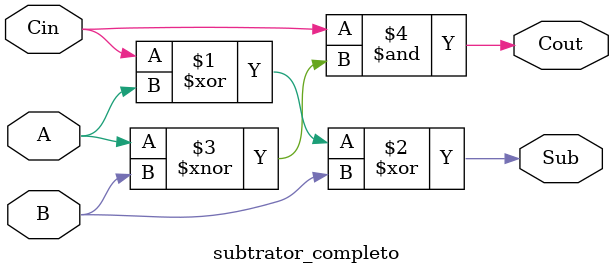
<source format=v>
module subtrator_completo (A, B, Cin, Sub, Cout);
 
input  A, B, Cin;
output Sub, Cout;

assign Sub = Cin^A^B;
assign Cout = Cin & (A~^B);
 

endmodule
</source>
